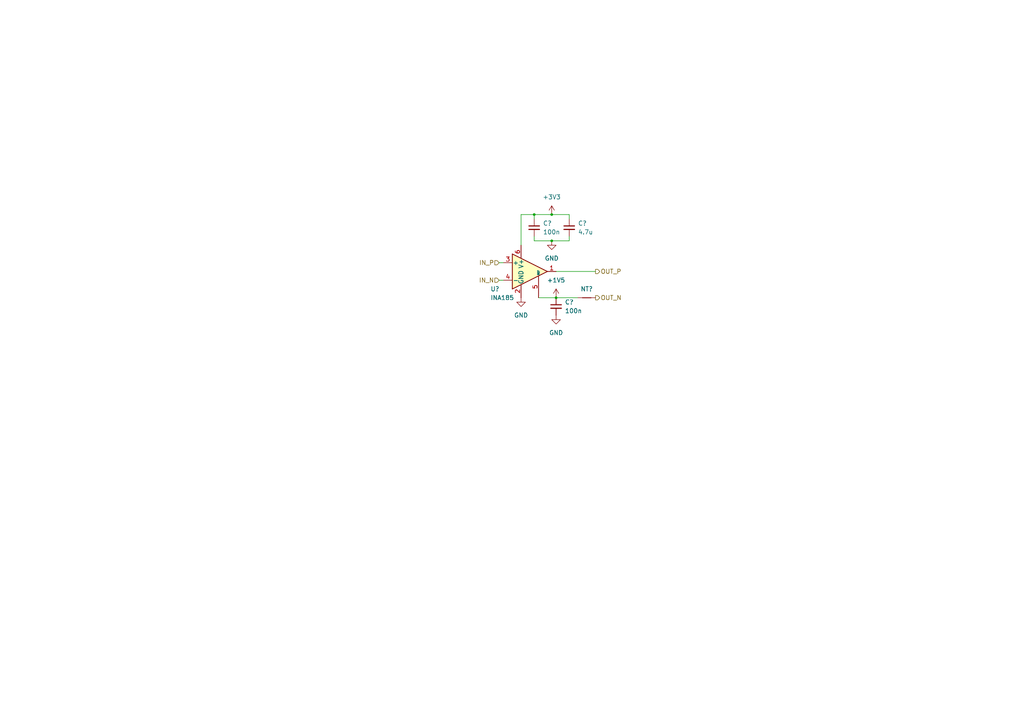
<source format=kicad_sch>
(kicad_sch (version 20210621) (generator eeschema)
  (paper "A4")
  (lib_symbols
    (symbol "Device:C_Small" (pin_numbers hide) (pin_names (offset 0.254) hide)
      (property "Reference" "C" (at 0.254 1.778 0))
      (property "Value" "C_Small" (at 0.254 -2.032 0))
      (symbol "C_Small_0_1"
        (polyline (pts (xy -1.524 -0.508) (xy 1.524 -0.508)) (stroke (width 0.3302)))
        (polyline (pts (xy -1.524 0.508) (xy 1.524 0.508)) (stroke (width 0.3048)))
      )
      (symbol "C_Small_1_1"
        (pin passive line (at 0 2.54 270) (length 2.032) (name "~") (number "1"))
        (pin passive line (at 0 -2.54 90) (length 2.032) (name "~") (number "2"))
      )
    )
    (symbol "Device:NetTie_2" (pin_numbers hide) (pin_names (offset 0) hide)
      (property "Reference" "NT" (at 0 1.27 0))
      (property "Value" "NetTie_2" (at 0 -1.27 0))
      (symbol "NetTie_2_0_1"
        (polyline (pts (xy -1.27 0) (xy 1.27 0)) (stroke (width 0.254)))
      )
      (symbol "NetTie_2_1_1"
        (pin passive line (at -2.54 0 0) (length 2.54) (name "1") (number "1"))
        (pin passive line (at 2.54 0 180) (length 2.54) (name "2") (number "2"))
      )
    )
    (symbol "power:+1V5" (power) (pin_names (offset 0))
      (property "Value" "+1V5" (at 0 3.556 0))
      (symbol "+1V5_0_1"
        (polyline (pts (xy -0.762 1.27) (xy 0 2.54)))
        (polyline (pts (xy 0 0) (xy 0 2.54)))
        (polyline (pts (xy 0 2.54) (xy 0.762 1.27)))
      )
      (symbol "+1V5_1_1"
        (pin power_in line (at 0 0 90) (length 0) hide (name "+1V5") (number "1"))
      )
    )
    (symbol "power:+3V3" (power) (pin_names (offset 0))
      (property "Value" "+3V3" (at 0 3.556 0))
      (symbol "+3V3_0_1"
        (polyline (pts (xy -0.762 1.27) (xy 0 2.54)))
        (polyline (pts (xy 0 0) (xy 0 2.54)))
        (polyline (pts (xy 0 2.54) (xy 0.762 1.27)))
      )
      (symbol "+3V3_1_1"
        (pin power_in line (at 0 0 90) (length 0) hide (name "+3V3") (number "1"))
      )
    )
    (symbol "power:GND" (power) (pin_names (offset 0))
      (property "Value" "GND" (at 0 -3.81 0))
      (symbol "GND_0_1"
        (polyline (pts (xy 0 0) (xy 0 -1.27) (xy 1.27 -1.27) (xy 0 -2.54) (xy -1.27 -1.27) (xy 0 -1.27)))
      )
      (symbol "GND_1_1"
        (pin power_in line (at 0 0 270) (length 0) hide (name "GND") (number "1"))
      )
    )
    (symbol "project-lib:INA185" (pin_names (offset 0.127))
      (property "Reference" "U" (at 2.54 3.81 0))
      (property "Value" "INA185" (at 3.81 -2.54 0))
      (symbol "INA185_0_1"
        (polyline (pts (xy 5.08 0) (xy -5.08 5.08) (xy -5.08 -5.08) (xy 5.08 0)) (stroke (width 0.254)) (fill (type background)))
      )
      (symbol "INA185_1_1"
        (pin output line (at 7.62 0 180) (length 2.54) (name "~") (number "1"))
        (pin power_in line (at -2.54 -7.62 90) (length 3.81) (name "GND") (number "2"))
        (pin input line (at -7.62 2.54 0) (length 2.54) (name "+") (number "3"))
        (pin input line (at -7.62 -2.54 0) (length 2.54) (name "-") (number "4"))
        (pin input line (at 2.54 -7.62 90) (length 6.35) (name "REF") (number "5"))
        (pin power_in line (at -2.54 7.62 270) (length 3.81) (name "V+") (number "6"))
      )
    )
  )
  (junction (at 154.94 62.23) (diameter 0.6096))
  (junction (at 160.02 62.23) (diameter 0.6096))
  (junction (at 160.02 69.85) (diameter 0.6096))
  (junction (at 161.29 86.36) (diameter 0.6096))
  (wire (pts (xy 144.78 76.2) (xy 146.05 76.2)))
  (wire (pts (xy 144.78 81.28) (xy 146.05 81.28)))
  (wire (pts (xy 151.13 62.23) (xy 151.13 71.12)))
  (wire (pts (xy 151.13 62.23) (xy 154.94 62.23)))
  (wire (pts (xy 154.94 62.23) (xy 154.94 63.5)))
  (wire (pts (xy 154.94 68.58) (xy 154.94 69.85)))
  (wire (pts (xy 154.94 69.85) (xy 160.02 69.85)))
  (wire (pts (xy 156.21 86.36) (xy 161.29 86.36)))
  (wire (pts (xy 160.02 62.23) (xy 154.94 62.23)))
  (wire (pts (xy 160.02 69.85) (xy 165.1 69.85)))
  (wire (pts (xy 161.29 78.74) (xy 172.72 78.74)))
  (wire (pts (xy 161.29 86.36) (xy 167.64 86.36)))
  (wire (pts (xy 165.1 62.23) (xy 160.02 62.23)))
  (wire (pts (xy 165.1 63.5) (xy 165.1 62.23)))
  (wire (pts (xy 165.1 69.85) (xy 165.1 68.58)))
  (hierarchical_label "IN_P" (shape input) (at 144.78 76.2 180))
  (hierarchical_label "IN_N" (shape input) (at 144.78 81.28 180))
  (hierarchical_label "OUT_P" (shape output) (at 172.72 78.74 0))
  (hierarchical_label "OUT_N" (shape output) (at 172.72 86.36 0))
  (symbol (lib_id "power:+3V3") (at 160.02 62.23 0)
    (property "Reference" "#PWR?" (effects hide))
    (property "Value" "+3V3" (at 160.02 57.15 0))
  )
  (symbol (lib_id "power:+1V5") (at 161.29 86.36 0)
    (property "Reference" "#PWR?" (effects hide))
    (property "Value" "+1V5" (at 161.29 81.28 0))
  )
  (symbol (lib_id "Device:NetTie_2") (at 170.18 86.36 0)
    (property "Reference" "NT?" (at 170.18 83.82 0))
    (property "Value" "NetTie_2" (effects hide))
  )
  (symbol (lib_id "power:GND") (at 151.13 86.36 0)
    (property "Reference" "#PWR?" (effects hide))
    (property "Value" "GND" (at 151.13 91.44 0))
  )
  (symbol (lib_id "power:GND") (at 160.02 69.85 0)
    (property "Reference" "#PWR?" (effects hide))
    (property "Value" "GND" (at 160.02 74.93 0))
  )
  (symbol (lib_id "power:GND") (at 161.29 91.44 0)
    (property "Reference" "#PWR?" (effects hide))
    (property "Value" "GND" (at 161.29 96.52 0))
  )
  (symbol (lib_id "Device:C_Small") (at 154.94 66.04 0)
    (property "Reference" "C?" (at 157.48 64.7699 0) (effects (justify left)))
    (property "Value" "100n" (at 157.48 67.3099 0) (effects (justify left)))
  )
  (symbol (lib_id "Device:C_Small") (at 161.29 88.9 0)
    (property "Reference" "C?" (at 163.83 87.6299 0) (effects (justify left)))
    (property "Value" "100n" (at 163.83 90.1699 0) (effects (justify left)))
  )
  (symbol (lib_id "Device:C_Small") (at 165.1 66.04 0)
    (property "Reference" "C?" (at 167.64 64.7699 0) (effects (justify left)))
    (property "Value" "4.7u" (at 167.64 67.3099 0) (effects (justify left)))
  )
  (symbol (lib_id "project-lib:INA185") (at 153.67 78.74 0)
    (property "Reference" "U?" (at 142.24 83.8199 0) (effects (justify left)))
    (property "Value" "INA185" (at 142.24 86.3599 0) (effects (justify left)))
  )
)
</source>
